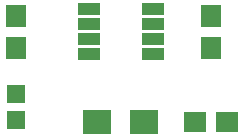
<source format=gbr>
G04 #@! TF.FileFunction,Soldermask,Top*
%FSLAX46Y46*%
G04 Gerber Fmt 4.6, Leading zero omitted, Abs format (unit mm)*
G04 Created by KiCad (PCBNEW 4.0.5) date 02/12/17 15:01:25*
%MOMM*%
%LPD*%
G01*
G04 APERTURE LIST*
%ADD10C,0.100000*%
%ADD11R,2.400000X2.000000*%
%ADD12R,1.600000X1.600000*%
%ADD13R,1.900000X1.700000*%
%ADD14R,1.700000X1.900000*%
%ADD15R,1.950000X1.000000*%
G04 APERTURE END LIST*
D10*
D11*
X114840000Y-85090000D03*
X118840000Y-85090000D03*
D12*
X107950000Y-82720000D03*
X107950000Y-84920000D03*
D13*
X125810000Y-85090000D03*
X123110000Y-85090000D03*
D14*
X124460000Y-76120000D03*
X124460000Y-78820000D03*
X107950000Y-76120000D03*
X107950000Y-78820000D03*
D15*
X114140000Y-75565000D03*
X114140000Y-76835000D03*
X114140000Y-78105000D03*
X114140000Y-79375000D03*
X119540000Y-79375000D03*
X119540000Y-78105000D03*
X119540000Y-76835000D03*
X119540000Y-75565000D03*
M02*

</source>
